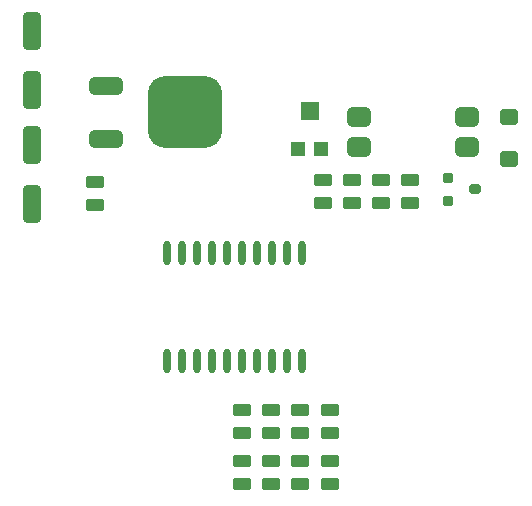
<source format=gtp>
G04*
G04 #@! TF.GenerationSoftware,Altium Limited,Altium Designer,21.3.2 (30)*
G04*
G04 Layer_Color=8421504*
%FSTAX24Y24*%
%MOIN*%
G70*
G04*
G04 #@! TF.SameCoordinates,B3B2999D-E210-4126-8252-5E02B47327B5*
G04*
G04*
G04 #@! TF.FilePolarity,Positive*
G04*
G01*
G75*
%ADD21O,0.0236X0.0807*%
G04:AMPARAMS|DCode=22|XSize=63mil|YSize=41.3mil|CornerRadius=10.3mil|HoleSize=0mil|Usage=FLASHONLY|Rotation=0.000|XOffset=0mil|YOffset=0mil|HoleType=Round|Shape=RoundedRectangle|*
%AMROUNDEDRECTD22*
21,1,0.0630,0.0207,0,0,0.0*
21,1,0.0423,0.0413,0,0,0.0*
1,1,0.0207,0.0212,-0.0103*
1,1,0.0207,-0.0212,-0.0103*
1,1,0.0207,-0.0212,0.0103*
1,1,0.0207,0.0212,0.0103*
%
%ADD22ROUNDEDRECTD22*%
G04:AMPARAMS|DCode=23|XSize=240.2mil|YSize=248mil|CornerRadius=60mil|HoleSize=0mil|Usage=FLASHONLY|Rotation=90.000|XOffset=0mil|YOffset=0mil|HoleType=Round|Shape=RoundedRectangle|*
%AMROUNDEDRECTD23*
21,1,0.2402,0.1280,0,0,90.0*
21,1,0.1201,0.2480,0,0,90.0*
1,1,0.1201,0.0640,0.0600*
1,1,0.1201,0.0640,-0.0600*
1,1,0.1201,-0.0640,-0.0600*
1,1,0.1201,-0.0640,0.0600*
%
%ADD23ROUNDEDRECTD23*%
G04:AMPARAMS|DCode=24|XSize=59.1mil|YSize=110.2mil|CornerRadius=14.8mil|HoleSize=0mil|Usage=FLASHONLY|Rotation=90.000|XOffset=0mil|YOffset=0mil|HoleType=Round|Shape=RoundedRectangle|*
%AMROUNDEDRECTD24*
21,1,0.0591,0.0807,0,0,90.0*
21,1,0.0295,0.1102,0,0,90.0*
1,1,0.0295,0.0404,0.0148*
1,1,0.0295,0.0404,-0.0148*
1,1,0.0295,-0.0404,-0.0148*
1,1,0.0295,-0.0404,0.0148*
%
%ADD24ROUNDEDRECTD24*%
G04:AMPARAMS|DCode=25|XSize=78.7mil|YSize=67.3mil|CornerRadius=16.8mil|HoleSize=0mil|Usage=FLASHONLY|Rotation=0.000|XOffset=0mil|YOffset=0mil|HoleType=Round|Shape=RoundedRectangle|*
%AMROUNDEDRECTD25*
21,1,0.0787,0.0337,0,0,0.0*
21,1,0.0451,0.0673,0,0,0.0*
1,1,0.0337,0.0225,-0.0168*
1,1,0.0337,-0.0225,-0.0168*
1,1,0.0337,-0.0225,0.0168*
1,1,0.0337,0.0225,0.0168*
%
%ADD25ROUNDEDRECTD25*%
G04:AMPARAMS|DCode=26|XSize=31.5mil|YSize=39.4mil|CornerRadius=7.9mil|HoleSize=0mil|Usage=FLASHONLY|Rotation=90.000|XOffset=0mil|YOffset=0mil|HoleType=Round|Shape=RoundedRectangle|*
%AMROUNDEDRECTD26*
21,1,0.0315,0.0236,0,0,90.0*
21,1,0.0157,0.0394,0,0,90.0*
1,1,0.0157,0.0118,0.0079*
1,1,0.0157,0.0118,-0.0079*
1,1,0.0157,-0.0118,-0.0079*
1,1,0.0157,-0.0118,0.0079*
%
%ADD26ROUNDEDRECTD26*%
G04:AMPARAMS|DCode=27|XSize=31.5mil|YSize=35.4mil|CornerRadius=7.9mil|HoleSize=0mil|Usage=FLASHONLY|Rotation=90.000|XOffset=0mil|YOffset=0mil|HoleType=Round|Shape=RoundedRectangle|*
%AMROUNDEDRECTD27*
21,1,0.0315,0.0197,0,0,90.0*
21,1,0.0157,0.0354,0,0,90.0*
1,1,0.0157,0.0098,0.0079*
1,1,0.0157,0.0098,-0.0079*
1,1,0.0157,-0.0098,-0.0079*
1,1,0.0157,-0.0098,0.0079*
%
%ADD27ROUNDEDRECTD27*%
G04:AMPARAMS|DCode=28|XSize=55.1mil|YSize=63mil|CornerRadius=13.8mil|HoleSize=0mil|Usage=FLASHONLY|Rotation=90.000|XOffset=0mil|YOffset=0mil|HoleType=Round|Shape=RoundedRectangle|*
%AMROUNDEDRECTD28*
21,1,0.0551,0.0354,0,0,90.0*
21,1,0.0276,0.0630,0,0,90.0*
1,1,0.0276,0.0177,0.0138*
1,1,0.0276,0.0177,-0.0138*
1,1,0.0276,-0.0177,-0.0138*
1,1,0.0276,-0.0177,0.0138*
%
%ADD28ROUNDEDRECTD28*%
%ADD29R,0.0472X0.0472*%
%ADD30R,0.0630X0.0591*%
G04:AMPARAMS|DCode=31|XSize=126mil|YSize=63mil|CornerRadius=15.7mil|HoleSize=0mil|Usage=FLASHONLY|Rotation=270.000|XOffset=0mil|YOffset=0mil|HoleType=Round|Shape=RoundedRectangle|*
%AMROUNDEDRECTD31*
21,1,0.1260,0.0315,0,0,270.0*
21,1,0.0945,0.0630,0,0,270.0*
1,1,0.0315,-0.0157,-0.0472*
1,1,0.0315,-0.0157,0.0472*
1,1,0.0315,0.0157,0.0472*
1,1,0.0315,0.0157,-0.0472*
%
%ADD31ROUNDEDRECTD31*%
D21*
X03915Y0312D02*
D03*
X03965D02*
D03*
X04015D02*
D03*
X04065D02*
D03*
X04115D02*
D03*
X04165D02*
D03*
X04215D02*
D03*
X04265D02*
D03*
X04315D02*
D03*
X04365D02*
D03*
X03915Y034822D02*
D03*
X03965D02*
D03*
X04015D02*
D03*
X04065D02*
D03*
X04115D02*
D03*
X04165D02*
D03*
X04215D02*
D03*
X04265D02*
D03*
X04315D02*
D03*
X04365D02*
D03*
D22*
X042617Y027116D02*
D03*
Y027884D02*
D03*
X044567Y027116D02*
D03*
Y027884D02*
D03*
X043594Y027116D02*
D03*
Y027884D02*
D03*
X042622Y029584D02*
D03*
Y028816D02*
D03*
X044567Y029584D02*
D03*
Y028816D02*
D03*
X043594Y029584D02*
D03*
Y028816D02*
D03*
X04165Y029584D02*
D03*
Y028816D02*
D03*
X045317Y03725D02*
D03*
Y036482D02*
D03*
X046283D02*
D03*
Y03725D02*
D03*
X04725Y036482D02*
D03*
Y03725D02*
D03*
X04435Y036482D02*
D03*
Y03725D02*
D03*
X04165Y027116D02*
D03*
Y027884D02*
D03*
X03675Y0364D02*
D03*
Y037168D02*
D03*
D23*
X039756Y0395D02*
D03*
D24*
X037098Y038602D02*
D03*
Y040398D02*
D03*
D25*
X049161Y03835D02*
D03*
Y03935D02*
D03*
X045539Y03835D02*
D03*
Y03935D02*
D03*
D26*
X049402Y036934D02*
D03*
D27*
X048496Y037308D02*
D03*
Y03656D02*
D03*
D28*
X05055Y037933D02*
D03*
Y03935D02*
D03*
D29*
X043506Y03827D02*
D03*
X044294D02*
D03*
D30*
X0439Y03955D02*
D03*
D31*
X03465Y038402D02*
D03*
Y036434D02*
D03*
Y04025D02*
D03*
Y042218D02*
D03*
M02*

</source>
